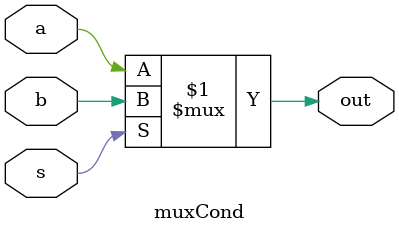
<source format=v>
module muxCond (
	input a,
	input b,
	input s,
	output out
);

assign out = s ? b : a;

endmodule 
</source>
